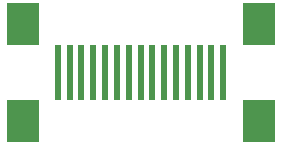
<source format=gbr>
%TF.GenerationSoftware,KiCad,Pcbnew,(6.0.5)*%
%TF.CreationDate,2022-05-15T18:57:47+01:00*%
%TF.ProjectId,adaptor,61646170-746f-4722-9e6b-696361645f70,rev?*%
%TF.SameCoordinates,Original*%
%TF.FileFunction,Copper,L1,Top*%
%TF.FilePolarity,Positive*%
%FSLAX46Y46*%
G04 Gerber Fmt 4.6, Leading zero omitted, Abs format (unit mm)*
G04 Created by KiCad (PCBNEW (6.0.5)) date 2022-05-15 18:57:47*
%MOMM*%
%LPD*%
G01*
G04 APERTURE LIST*
%TA.AperFunction,SMDPad,CuDef*%
%ADD10R,0.610000X2.000000*%
%TD*%
%TA.AperFunction,SMDPad,CuDef*%
%ADD11R,2.680000X3.600000*%
%TD*%
%TA.AperFunction,Conductor*%
%ADD12C,0.508000*%
%TD*%
G04 APERTURE END LIST*
D10*
%TO.P,J2,1,1*%
%TO.N,Net-(J1-Pad15)*%
X133746000Y-79596000D03*
%TO.P,J2,2,2*%
%TO.N,Net-(J1-Pad14)*%
X132746000Y-79596000D03*
%TO.P,J2,3,3*%
%TO.N,Net-(J1-Pad13)*%
X131746000Y-79596000D03*
%TO.P,J2,4,4*%
%TO.N,Net-(J1-Pad12)*%
X130746000Y-79596000D03*
%TO.P,J2,5,5*%
%TO.N,Net-(J1-Pad11)*%
X129746000Y-79596000D03*
%TO.P,J2,6,6*%
%TO.N,Net-(J1-Pad10)*%
X128746000Y-79596000D03*
%TO.P,J2,7,7*%
%TO.N,Net-(J1-Pad9)*%
X127746000Y-79596000D03*
%TO.P,J2,8,8*%
%TO.N,Net-(J1-Pad8)*%
X126746000Y-79596000D03*
%TO.P,J2,9,9*%
%TO.N,Net-(J1-Pad7)*%
X125746000Y-79596000D03*
%TO.P,J2,10,10*%
%TO.N,Net-(J1-Pad6)*%
X124746000Y-79596000D03*
%TO.P,J2,11,11*%
%TO.N,Net-(J1-Pad5)*%
X123746000Y-79596000D03*
%TO.P,J2,12,12*%
%TO.N,Net-(J1-Pad4)*%
X122746000Y-79596000D03*
%TO.P,J2,13,13*%
%TO.N,Net-(J1-Pad3)*%
X121746000Y-79596000D03*
%TO.P,J2,14,14*%
%TO.N,Net-(J1-Pad2)*%
X120746000Y-79596000D03*
%TO.P,J2,15,15*%
%TO.N,Net-(J1-Pad1)*%
X119746000Y-79596000D03*
D11*
%TO.P,J2,S1*%
%TO.N,N/C*%
X136736000Y-76796000D03*
%TO.P,J2,S2*%
X116756000Y-76796000D03*
%TD*%
D10*
%TO.P,J1,1,1*%
%TO.N,Net-(J1-Pad1)*%
X119746000Y-82202000D03*
%TO.P,J1,2,2*%
%TO.N,Net-(J1-Pad2)*%
X120746000Y-82202000D03*
%TO.P,J1,3,3*%
%TO.N,Net-(J1-Pad3)*%
X121746000Y-82202000D03*
%TO.P,J1,4,4*%
%TO.N,Net-(J1-Pad4)*%
X122746000Y-82202000D03*
%TO.P,J1,5,5*%
%TO.N,Net-(J1-Pad5)*%
X123746000Y-82202000D03*
%TO.P,J1,6,6*%
%TO.N,Net-(J1-Pad6)*%
X124746000Y-82202000D03*
%TO.P,J1,7,7*%
%TO.N,Net-(J1-Pad7)*%
X125746000Y-82202000D03*
%TO.P,J1,8,8*%
%TO.N,Net-(J1-Pad8)*%
X126746000Y-82202000D03*
%TO.P,J1,9,9*%
%TO.N,Net-(J1-Pad9)*%
X127746000Y-82202000D03*
%TO.P,J1,10,10*%
%TO.N,Net-(J1-Pad10)*%
X128746000Y-82202000D03*
%TO.P,J1,11,11*%
%TO.N,Net-(J1-Pad11)*%
X129746000Y-82202000D03*
%TO.P,J1,12,12*%
%TO.N,Net-(J1-Pad12)*%
X130746000Y-82202000D03*
%TO.P,J1,13,13*%
%TO.N,Net-(J1-Pad13)*%
X131746000Y-82202000D03*
%TO.P,J1,14,14*%
%TO.N,Net-(J1-Pad14)*%
X132746000Y-82202000D03*
%TO.P,J1,15,15*%
%TO.N,Net-(J1-Pad15)*%
X133746000Y-82202000D03*
D11*
%TO.P,J1,S1*%
%TO.N,N/C*%
X116756000Y-85002000D03*
%TO.P,J1,S2*%
X136736000Y-85002000D03*
%TD*%
D12*
%TO.N,Net-(J1-Pad1)*%
X119746000Y-82837000D02*
X119746000Y-79469000D01*
%TO.N,Net-(J1-Pad2)*%
X120746000Y-79469000D02*
X120746000Y-82837000D01*
%TO.N,Net-(J1-Pad3)*%
X121746000Y-82837000D02*
X121746000Y-79469000D01*
%TO.N,Net-(J1-Pad4)*%
X122746000Y-82837000D02*
X122746000Y-79469000D01*
%TO.N,Net-(J1-Pad5)*%
X123746000Y-82837000D02*
X123746000Y-79469000D01*
%TO.N,Net-(J1-Pad6)*%
X124746000Y-82837000D02*
X124746000Y-79469000D01*
%TO.N,Net-(J1-Pad8)*%
X126746000Y-82837000D02*
X126746000Y-79469000D01*
%TO.N,Net-(J1-Pad9)*%
X127746000Y-82837000D02*
X127746000Y-79469000D01*
%TO.N,Net-(J1-Pad12)*%
X130746000Y-82837000D02*
X130746000Y-79469000D01*
%TO.N,Net-(J1-Pad14)*%
X132746000Y-79469000D02*
X132746000Y-82837000D01*
%TO.N,Net-(J1-Pad15)*%
X133746000Y-79469000D02*
X133746000Y-82837000D01*
%TO.N,Net-(J1-Pad7)*%
X125746000Y-82837000D02*
X125746000Y-79469000D01*
%TO.N,Net-(J1-Pad10)*%
X128746000Y-82837000D02*
X128746000Y-79469000D01*
%TO.N,Net-(J1-Pad11)*%
X129746000Y-82837000D02*
X129746000Y-79469000D01*
%TO.N,Net-(J1-Pad13)*%
X131746000Y-79469000D02*
X131746000Y-82837000D01*
%TD*%
M02*

</source>
